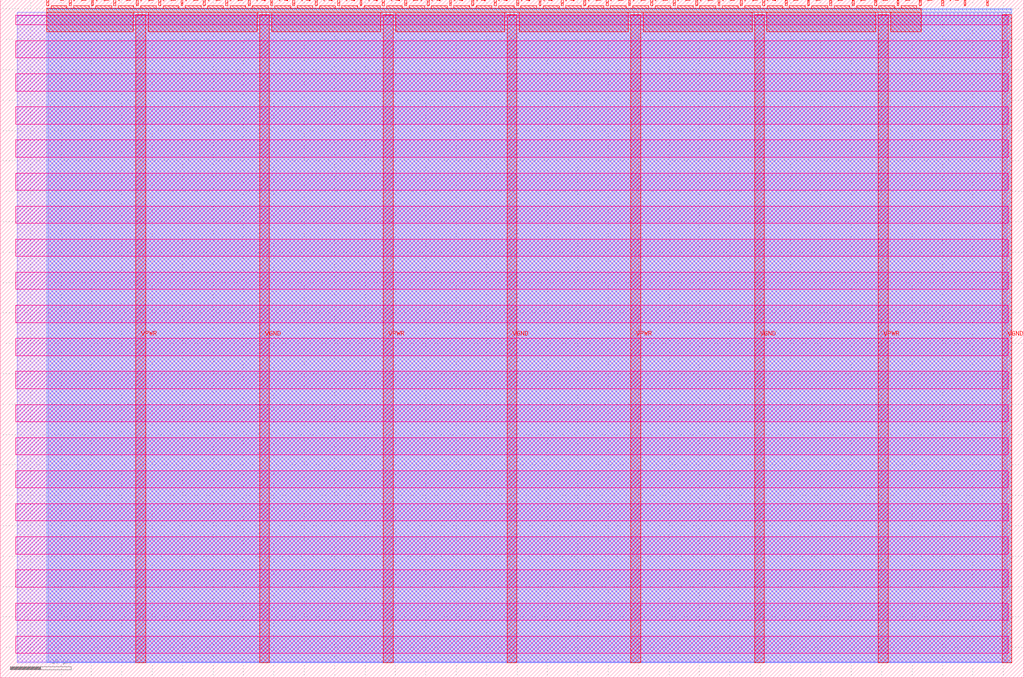
<source format=lef>
VERSION 5.7 ;
  NOWIREEXTENSIONATPIN ON ;
  DIVIDERCHAR "/" ;
  BUSBITCHARS "[]" ;
MACRO tt_um_wokwi_375165100039571457
  CLASS BLOCK ;
  FOREIGN tt_um_wokwi_375165100039571457 ;
  ORIGIN 0.000 0.000 ;
  SIZE 168.360 BY 111.520 ;
  PIN VGND
    DIRECTION INOUT ;
    USE GROUND ;
    PORT
      LAYER met4 ;
        RECT 42.670 2.480 44.270 109.040 ;
    END
    PORT
      LAYER met4 ;
        RECT 83.380 2.480 84.980 109.040 ;
    END
    PORT
      LAYER met4 ;
        RECT 124.090 2.480 125.690 109.040 ;
    END
    PORT
      LAYER met4 ;
        RECT 164.800 2.480 166.400 109.040 ;
    END
  END VGND
  PIN VPWR
    DIRECTION INOUT ;
    USE POWER ;
    PORT
      LAYER met4 ;
        RECT 22.315 2.480 23.915 109.040 ;
    END
    PORT
      LAYER met4 ;
        RECT 63.025 2.480 64.625 109.040 ;
    END
    PORT
      LAYER met4 ;
        RECT 103.735 2.480 105.335 109.040 ;
    END
    PORT
      LAYER met4 ;
        RECT 144.445 2.480 146.045 109.040 ;
    END
  END VPWR
  PIN clk
    DIRECTION INPUT ;
    USE SIGNAL ;
    PORT
      LAYER met4 ;
        RECT 158.550 110.520 158.850 111.520 ;
    END
  END clk
  PIN ena
    DIRECTION INPUT ;
    USE SIGNAL ;
    PORT
      LAYER met4 ;
        RECT 162.230 110.520 162.530 111.520 ;
    END
  END ena
  PIN rst_n
    DIRECTION INPUT ;
    USE SIGNAL ;
    PORT
      LAYER met4 ;
        RECT 154.870 110.520 155.170 111.520 ;
    END
  END rst_n
  PIN ui_in[0]
    DIRECTION INPUT ;
    USE SIGNAL ;
    ANTENNAGATEAREA 0.126000 ;
    PORT
      LAYER met4 ;
        RECT 151.190 110.520 151.490 111.520 ;
    END
  END ui_in[0]
  PIN ui_in[1]
    DIRECTION INPUT ;
    USE SIGNAL ;
    ANTENNAGATEAREA 0.126000 ;
    PORT
      LAYER met4 ;
        RECT 147.510 110.520 147.810 111.520 ;
    END
  END ui_in[1]
  PIN ui_in[2]
    DIRECTION INPUT ;
    USE SIGNAL ;
    ANTENNAGATEAREA 0.126000 ;
    PORT
      LAYER met4 ;
        RECT 143.830 110.520 144.130 111.520 ;
    END
  END ui_in[2]
  PIN ui_in[3]
    DIRECTION INPUT ;
    USE SIGNAL ;
    ANTENNAGATEAREA 0.196500 ;
    PORT
      LAYER met4 ;
        RECT 140.150 110.520 140.450 111.520 ;
    END
  END ui_in[3]
  PIN ui_in[4]
    DIRECTION INPUT ;
    USE SIGNAL ;
    ANTENNAGATEAREA 0.196500 ;
    PORT
      LAYER met4 ;
        RECT 136.470 110.520 136.770 111.520 ;
    END
  END ui_in[4]
  PIN ui_in[5]
    DIRECTION INPUT ;
    USE SIGNAL ;
    ANTENNAGATEAREA 0.196500 ;
    PORT
      LAYER met4 ;
        RECT 132.790 110.520 133.090 111.520 ;
    END
  END ui_in[5]
  PIN ui_in[6]
    DIRECTION INPUT ;
    USE SIGNAL ;
    ANTENNAGATEAREA 0.196500 ;
    PORT
      LAYER met4 ;
        RECT 129.110 110.520 129.410 111.520 ;
    END
  END ui_in[6]
  PIN ui_in[7]
    DIRECTION INPUT ;
    USE SIGNAL ;
    ANTENNAGATEAREA 0.196500 ;
    PORT
      LAYER met4 ;
        RECT 125.430 110.520 125.730 111.520 ;
    END
  END ui_in[7]
  PIN uio_in[0]
    DIRECTION INPUT ;
    USE SIGNAL ;
    PORT
      LAYER met4 ;
        RECT 121.750 110.520 122.050 111.520 ;
    END
  END uio_in[0]
  PIN uio_in[1]
    DIRECTION INPUT ;
    USE SIGNAL ;
    PORT
      LAYER met4 ;
        RECT 118.070 110.520 118.370 111.520 ;
    END
  END uio_in[1]
  PIN uio_in[2]
    DIRECTION INPUT ;
    USE SIGNAL ;
    PORT
      LAYER met4 ;
        RECT 114.390 110.520 114.690 111.520 ;
    END
  END uio_in[2]
  PIN uio_in[3]
    DIRECTION INPUT ;
    USE SIGNAL ;
    PORT
      LAYER met4 ;
        RECT 110.710 110.520 111.010 111.520 ;
    END
  END uio_in[3]
  PIN uio_in[4]
    DIRECTION INPUT ;
    USE SIGNAL ;
    PORT
      LAYER met4 ;
        RECT 107.030 110.520 107.330 111.520 ;
    END
  END uio_in[4]
  PIN uio_in[5]
    DIRECTION INPUT ;
    USE SIGNAL ;
    PORT
      LAYER met4 ;
        RECT 103.350 110.520 103.650 111.520 ;
    END
  END uio_in[5]
  PIN uio_in[6]
    DIRECTION INPUT ;
    USE SIGNAL ;
    PORT
      LAYER met4 ;
        RECT 99.670 110.520 99.970 111.520 ;
    END
  END uio_in[6]
  PIN uio_in[7]
    DIRECTION INPUT ;
    USE SIGNAL ;
    PORT
      LAYER met4 ;
        RECT 95.990 110.520 96.290 111.520 ;
    END
  END uio_in[7]
  PIN uio_oe[0]
    DIRECTION OUTPUT TRISTATE ;
    USE SIGNAL ;
    PORT
      LAYER met4 ;
        RECT 33.430 110.520 33.730 111.520 ;
    END
  END uio_oe[0]
  PIN uio_oe[1]
    DIRECTION OUTPUT TRISTATE ;
    USE SIGNAL ;
    PORT
      LAYER met4 ;
        RECT 29.750 110.520 30.050 111.520 ;
    END
  END uio_oe[1]
  PIN uio_oe[2]
    DIRECTION OUTPUT TRISTATE ;
    USE SIGNAL ;
    PORT
      LAYER met4 ;
        RECT 26.070 110.520 26.370 111.520 ;
    END
  END uio_oe[2]
  PIN uio_oe[3]
    DIRECTION OUTPUT TRISTATE ;
    USE SIGNAL ;
    PORT
      LAYER met4 ;
        RECT 22.390 110.520 22.690 111.520 ;
    END
  END uio_oe[3]
  PIN uio_oe[4]
    DIRECTION OUTPUT TRISTATE ;
    USE SIGNAL ;
    PORT
      LAYER met4 ;
        RECT 18.710 110.520 19.010 111.520 ;
    END
  END uio_oe[4]
  PIN uio_oe[5]
    DIRECTION OUTPUT TRISTATE ;
    USE SIGNAL ;
    PORT
      LAYER met4 ;
        RECT 15.030 110.520 15.330 111.520 ;
    END
  END uio_oe[5]
  PIN uio_oe[6]
    DIRECTION OUTPUT TRISTATE ;
    USE SIGNAL ;
    PORT
      LAYER met4 ;
        RECT 11.350 110.520 11.650 111.520 ;
    END
  END uio_oe[6]
  PIN uio_oe[7]
    DIRECTION OUTPUT TRISTATE ;
    USE SIGNAL ;
    PORT
      LAYER met4 ;
        RECT 7.670 110.520 7.970 111.520 ;
    END
  END uio_oe[7]
  PIN uio_out[0]
    DIRECTION OUTPUT TRISTATE ;
    USE SIGNAL ;
    PORT
      LAYER met4 ;
        RECT 62.870 110.520 63.170 111.520 ;
    END
  END uio_out[0]
  PIN uio_out[1]
    DIRECTION OUTPUT TRISTATE ;
    USE SIGNAL ;
    PORT
      LAYER met4 ;
        RECT 59.190 110.520 59.490 111.520 ;
    END
  END uio_out[1]
  PIN uio_out[2]
    DIRECTION OUTPUT TRISTATE ;
    USE SIGNAL ;
    PORT
      LAYER met4 ;
        RECT 55.510 110.520 55.810 111.520 ;
    END
  END uio_out[2]
  PIN uio_out[3]
    DIRECTION OUTPUT TRISTATE ;
    USE SIGNAL ;
    PORT
      LAYER met4 ;
        RECT 51.830 110.520 52.130 111.520 ;
    END
  END uio_out[3]
  PIN uio_out[4]
    DIRECTION OUTPUT TRISTATE ;
    USE SIGNAL ;
    PORT
      LAYER met4 ;
        RECT 48.150 110.520 48.450 111.520 ;
    END
  END uio_out[4]
  PIN uio_out[5]
    DIRECTION OUTPUT TRISTATE ;
    USE SIGNAL ;
    PORT
      LAYER met4 ;
        RECT 44.470 110.520 44.770 111.520 ;
    END
  END uio_out[5]
  PIN uio_out[6]
    DIRECTION OUTPUT TRISTATE ;
    USE SIGNAL ;
    PORT
      LAYER met4 ;
        RECT 40.790 110.520 41.090 111.520 ;
    END
  END uio_out[6]
  PIN uio_out[7]
    DIRECTION OUTPUT TRISTATE ;
    USE SIGNAL ;
    PORT
      LAYER met4 ;
        RECT 37.110 110.520 37.410 111.520 ;
    END
  END uio_out[7]
  PIN uo_out[0]
    DIRECTION OUTPUT TRISTATE ;
    USE SIGNAL ;
    ANTENNADIFFAREA 0.445500 ;
    PORT
      LAYER met4 ;
        RECT 92.310 110.520 92.610 111.520 ;
    END
  END uo_out[0]
  PIN uo_out[1]
    DIRECTION OUTPUT TRISTATE ;
    USE SIGNAL ;
    ANTENNADIFFAREA 0.445500 ;
    PORT
      LAYER met4 ;
        RECT 88.630 110.520 88.930 111.520 ;
    END
  END uo_out[1]
  PIN uo_out[2]
    DIRECTION OUTPUT TRISTATE ;
    USE SIGNAL ;
    ANTENNADIFFAREA 0.445500 ;
    PORT
      LAYER met4 ;
        RECT 84.950 110.520 85.250 111.520 ;
    END
  END uo_out[2]
  PIN uo_out[3]
    DIRECTION OUTPUT TRISTATE ;
    USE SIGNAL ;
    ANTENNADIFFAREA 0.445500 ;
    PORT
      LAYER met4 ;
        RECT 81.270 110.520 81.570 111.520 ;
    END
  END uo_out[3]
  PIN uo_out[4]
    DIRECTION OUTPUT TRISTATE ;
    USE SIGNAL ;
    ANTENNADIFFAREA 0.445500 ;
    PORT
      LAYER met4 ;
        RECT 77.590 110.520 77.890 111.520 ;
    END
  END uo_out[4]
  PIN uo_out[5]
    DIRECTION OUTPUT TRISTATE ;
    USE SIGNAL ;
    PORT
      LAYER met4 ;
        RECT 73.910 110.520 74.210 111.520 ;
    END
  END uo_out[5]
  PIN uo_out[6]
    DIRECTION OUTPUT TRISTATE ;
    USE SIGNAL ;
    PORT
      LAYER met4 ;
        RECT 70.230 110.520 70.530 111.520 ;
    END
  END uo_out[6]
  PIN uo_out[7]
    DIRECTION OUTPUT TRISTATE ;
    USE SIGNAL ;
    PORT
      LAYER met4 ;
        RECT 66.550 110.520 66.850 111.520 ;
    END
  END uo_out[7]
  OBS
      LAYER nwell ;
        RECT 2.570 107.385 165.790 108.990 ;
        RECT 2.570 101.945 165.790 104.775 ;
        RECT 2.570 96.505 165.790 99.335 ;
        RECT 2.570 91.065 165.790 93.895 ;
        RECT 2.570 85.625 165.790 88.455 ;
        RECT 2.570 80.185 165.790 83.015 ;
        RECT 2.570 74.745 165.790 77.575 ;
        RECT 2.570 69.305 165.790 72.135 ;
        RECT 2.570 63.865 165.790 66.695 ;
        RECT 2.570 58.425 165.790 61.255 ;
        RECT 2.570 52.985 165.790 55.815 ;
        RECT 2.570 47.545 165.790 50.375 ;
        RECT 2.570 42.105 165.790 44.935 ;
        RECT 2.570 36.665 165.790 39.495 ;
        RECT 2.570 31.225 165.790 34.055 ;
        RECT 2.570 25.785 165.790 28.615 ;
        RECT 2.570 20.345 165.790 23.175 ;
        RECT 2.570 14.905 165.790 17.735 ;
        RECT 2.570 9.465 165.790 12.295 ;
        RECT 2.570 4.025 165.790 6.855 ;
      LAYER li1 ;
        RECT 2.760 2.635 165.600 108.885 ;
      LAYER met1 ;
        RECT 2.760 2.480 166.400 109.440 ;
      LAYER met2 ;
        RECT 7.910 2.535 166.370 110.005 ;
      LAYER met3 ;
        RECT 7.630 2.555 166.390 109.985 ;
      LAYER met4 ;
        RECT 8.370 110.120 10.950 110.520 ;
        RECT 12.050 110.120 14.630 110.520 ;
        RECT 15.730 110.120 18.310 110.520 ;
        RECT 19.410 110.120 21.990 110.520 ;
        RECT 23.090 110.120 25.670 110.520 ;
        RECT 26.770 110.120 29.350 110.520 ;
        RECT 30.450 110.120 33.030 110.520 ;
        RECT 34.130 110.120 36.710 110.520 ;
        RECT 37.810 110.120 40.390 110.520 ;
        RECT 41.490 110.120 44.070 110.520 ;
        RECT 45.170 110.120 47.750 110.520 ;
        RECT 48.850 110.120 51.430 110.520 ;
        RECT 52.530 110.120 55.110 110.520 ;
        RECT 56.210 110.120 58.790 110.520 ;
        RECT 59.890 110.120 62.470 110.520 ;
        RECT 63.570 110.120 66.150 110.520 ;
        RECT 67.250 110.120 69.830 110.520 ;
        RECT 70.930 110.120 73.510 110.520 ;
        RECT 74.610 110.120 77.190 110.520 ;
        RECT 78.290 110.120 80.870 110.520 ;
        RECT 81.970 110.120 84.550 110.520 ;
        RECT 85.650 110.120 88.230 110.520 ;
        RECT 89.330 110.120 91.910 110.520 ;
        RECT 93.010 110.120 95.590 110.520 ;
        RECT 96.690 110.120 99.270 110.520 ;
        RECT 100.370 110.120 102.950 110.520 ;
        RECT 104.050 110.120 106.630 110.520 ;
        RECT 107.730 110.120 110.310 110.520 ;
        RECT 111.410 110.120 113.990 110.520 ;
        RECT 115.090 110.120 117.670 110.520 ;
        RECT 118.770 110.120 121.350 110.520 ;
        RECT 122.450 110.120 125.030 110.520 ;
        RECT 126.130 110.120 128.710 110.520 ;
        RECT 129.810 110.120 132.390 110.520 ;
        RECT 133.490 110.120 136.070 110.520 ;
        RECT 137.170 110.120 139.750 110.520 ;
        RECT 140.850 110.120 143.430 110.520 ;
        RECT 144.530 110.120 147.110 110.520 ;
        RECT 148.210 110.120 150.790 110.520 ;
        RECT 7.655 109.440 151.505 110.120 ;
        RECT 7.655 106.255 21.915 109.440 ;
        RECT 24.315 106.255 42.270 109.440 ;
        RECT 44.670 106.255 62.625 109.440 ;
        RECT 65.025 106.255 82.980 109.440 ;
        RECT 85.380 106.255 103.335 109.440 ;
        RECT 105.735 106.255 123.690 109.440 ;
        RECT 126.090 106.255 144.045 109.440 ;
        RECT 146.445 106.255 151.505 109.440 ;
  END
END tt_um_wokwi_375165100039571457
END LIBRARY


</source>
